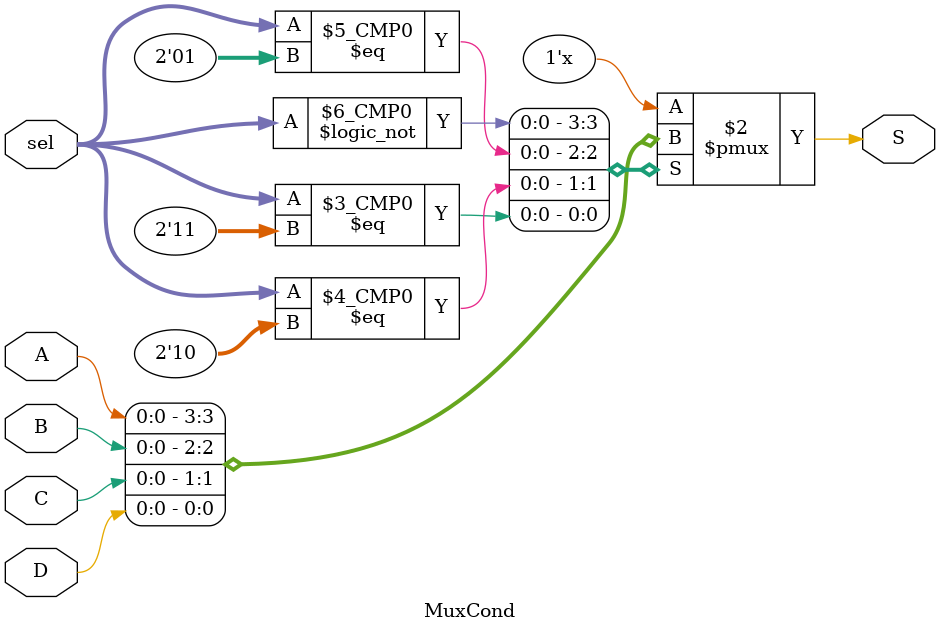
<source format=sv>
module MuxCond (
	input logic A,
	input logic B,
	input logic C,
	input logic D,
	input logic [1:0] sel,
	output logic S
);

always
	case(sel)
		2'b00: S = A;
		2'b01: S = B;
		2'b10: S = C;
		2'b11: S = D;
	endcase

endmodule: MuxCond
</source>
